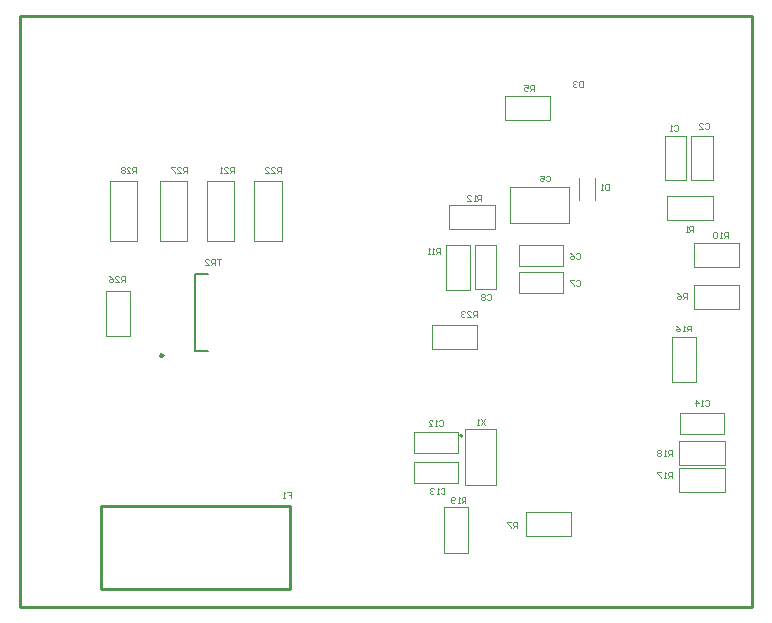
<source format=gbo>
%FSLAX25Y25*%
%MOIN*%
G70*
G01*
G75*
G04 Layer_Color=32896*
%ADD10R,0.04331X0.05512*%
%ADD11R,0.03543X0.02756*%
%ADD12R,0.04803X0.03583*%
%ADD13R,0.03150X0.09449*%
%ADD14R,0.05512X0.04331*%
%ADD15R,0.24410X0.22835*%
%ADD16R,0.11811X0.06299*%
%ADD17R,0.07087X0.08268*%
%ADD18R,0.10039X0.07677*%
%ADD19R,0.04331X0.02362*%
G04:AMPARAMS|DCode=20|XSize=9.84mil|YSize=70.87mil|CornerRadius=0mil|HoleSize=0mil|Usage=FLASHONLY|Rotation=135.000|XOffset=0mil|YOffset=0mil|HoleType=Round|Shape=Round|*
%AMOVALD20*
21,1,0.06102,0.00984,0.00000,0.00000,225.0*
1,1,0.00984,0.02158,0.02158*
1,1,0.00984,-0.02158,-0.02158*
%
%ADD20OVALD20*%

G04:AMPARAMS|DCode=21|XSize=9.84mil|YSize=70.87mil|CornerRadius=0mil|HoleSize=0mil|Usage=FLASHONLY|Rotation=45.000|XOffset=0mil|YOffset=0mil|HoleType=Round|Shape=Round|*
%AMOVALD21*
21,1,0.06102,0.00984,0.00000,0.00000,135.0*
1,1,0.00984,0.02158,-0.02158*
1,1,0.00984,-0.02158,0.02158*
%
%ADD21OVALD21*%

%ADD22R,0.07087X0.09055*%
%ADD23R,0.02362X0.11811*%
%ADD24O,0.08661X0.02362*%
%ADD25R,0.02756X0.03150*%
%ADD26R,0.06000X0.07000*%
%ADD27R,0.06299X0.12598*%
%ADD28O,0.09843X0.02756*%
%ADD29C,0.00800*%
%ADD30C,0.01969*%
%ADD31C,0.00984*%
%ADD32C,0.03937*%
%ADD33C,0.03543*%
%ADD34C,0.01181*%
%ADD35C,0.05906*%
%ADD36C,0.02756*%
%ADD37C,0.11811*%
%ADD38C,0.03150*%
%ADD39C,0.01500*%
%ADD40C,0.01575*%
%ADD41C,0.01000*%
%ADD42C,0.07480*%
%ADD43C,0.06000*%
%ADD44O,0.07874X0.03937*%
%ADD45O,0.07874X0.03937*%
%ADD46C,0.02362*%
%ADD47R,0.15748X0.19685*%
%ADD48R,0.07000X0.06000*%
G04:AMPARAMS|DCode=49|XSize=59.06mil|YSize=39.37mil|CornerRadius=1.97mil|HoleSize=0mil|Usage=FLASHONLY|Rotation=90.000|XOffset=0mil|YOffset=0mil|HoleType=Round|Shape=RoundedRectangle|*
%AMROUNDEDRECTD49*
21,1,0.05906,0.03543,0,0,90.0*
21,1,0.05512,0.03937,0,0,90.0*
1,1,0.00394,0.01772,0.02756*
1,1,0.00394,0.01772,-0.02756*
1,1,0.00394,-0.01772,-0.02756*
1,1,0.00394,-0.01772,0.02756*
%
%ADD49ROUNDEDRECTD49*%
%ADD50R,0.04600X0.04600*%
%ADD51R,0.07480X0.06299*%
%ADD52R,0.04724X0.10236*%
%ADD53C,0.07874*%
%ADD54C,0.15748*%
%ADD55C,0.13780*%
%ADD56C,0.00827*%
%ADD57C,0.02362*%
%ADD58C,0.00787*%
%ADD59C,0.00394*%
%ADD60C,0.00500*%
%ADD61C,0.00591*%
%ADD62C,0.00669*%
%ADD63R,0.06299X0.01969*%
%ADD64R,0.05118X0.06299*%
%ADD65R,0.04331X0.03543*%
%ADD66R,0.05591X0.04370*%
%ADD67R,0.03937X0.10236*%
%ADD68R,0.06299X0.05118*%
%ADD69R,0.25197X0.23622*%
%ADD70R,0.12598X0.07087*%
%ADD71R,0.07874X0.09055*%
%ADD72R,0.10827X0.08465*%
%ADD73R,0.05118X0.03150*%
G04:AMPARAMS|DCode=74|XSize=17.72mil|YSize=78.74mil|CornerRadius=0mil|HoleSize=0mil|Usage=FLASHONLY|Rotation=135.000|XOffset=0mil|YOffset=0mil|HoleType=Round|Shape=Round|*
%AMOVALD74*
21,1,0.06102,0.01772,0.00000,0.00000,225.0*
1,1,0.01772,0.02158,0.02158*
1,1,0.01772,-0.02158,-0.02158*
%
%ADD74OVALD74*%

G04:AMPARAMS|DCode=75|XSize=17.72mil|YSize=78.74mil|CornerRadius=0mil|HoleSize=0mil|Usage=FLASHONLY|Rotation=45.000|XOffset=0mil|YOffset=0mil|HoleType=Round|Shape=Round|*
%AMOVALD75*
21,1,0.06102,0.01772,0.00000,0.00000,135.0*
1,1,0.01772,0.02158,-0.02158*
1,1,0.01772,-0.02158,0.02158*
%
%ADD75OVALD75*%

%ADD76R,0.07874X0.09843*%
%ADD77R,0.03150X0.12598*%
%ADD78O,0.09449X0.03150*%
%ADD79R,0.03543X0.03937*%
%ADD80R,0.06787X0.07787*%
%ADD81R,0.07087X0.13386*%
%ADD82O,0.10630X0.03543*%
%ADD83C,0.08268*%
%ADD84C,0.06787*%
%ADD85O,0.08661X0.04724*%
%ADD86O,0.08661X0.04724*%
%ADD87R,0.16148X0.20085*%
%ADD88R,0.07787X0.06787*%
G04:AMPARAMS|DCode=89|XSize=66.93mil|YSize=47.24mil|CornerRadius=5.91mil|HoleSize=0mil|Usage=FLASHONLY|Rotation=90.000|XOffset=0mil|YOffset=0mil|HoleType=Round|Shape=RoundedRectangle|*
%AMROUNDEDRECTD89*
21,1,0.06693,0.03543,0,0,90.0*
21,1,0.05512,0.04724,0,0,90.0*
1,1,0.01181,0.01772,0.02756*
1,1,0.01181,0.01772,-0.02756*
1,1,0.01181,-0.01772,-0.02756*
1,1,0.01181,-0.01772,0.02756*
%
%ADD89ROUNDEDRECTD89*%
%ADD90R,0.05387X0.05387*%
%ADD91R,0.07880X0.06699*%
%ADD92R,0.05512X0.11024*%
D31*
X47736Y83701D02*
G03*
X47736Y83701I-492J0D01*
G01*
D41*
X27165Y33465D02*
X90158D01*
X27165Y5906D02*
Y33465D01*
Y5906D02*
X90158D01*
Y33465D01*
X0Y0D02*
Y196850D01*
X244094D01*
Y0D02*
Y196850D01*
X0Y0D02*
X244094D01*
D58*
X147146Y56595D02*
G03*
X147058Y56599I-26J393D01*
G01*
X58268Y110906D02*
X62783Y110906D01*
X58268Y85158D02*
X58268Y110906D01*
X58268Y85158D02*
X62783D01*
D59*
X141240Y18012D02*
Y33169D01*
Y18012D02*
X149311D01*
Y33169D01*
X141240D02*
X149311D01*
X87205Y121949D02*
Y141929D01*
X78150D02*
X87205D01*
X78150Y121949D02*
X78150Y141929D01*
X78150Y121949D02*
X87205D01*
X71457D02*
Y141929D01*
X62402D02*
X71457D01*
X62402Y121949D02*
X62402Y141929D01*
X62402Y121949D02*
X71457D01*
X55709Y141929D02*
X55709Y121949D01*
X46654Y141929D02*
X55709D01*
X46654Y121949D02*
X46654Y141929D01*
X46654Y121949D02*
X55709Y121949D01*
X38976Y121949D02*
Y141929D01*
X29921Y141929D02*
X38976Y141929D01*
X29921Y121949D02*
X29921Y141929D01*
X29921Y121949D02*
X38976D01*
X224705Y99311D02*
X239862D01*
Y107382D01*
X224705D02*
X239862D01*
X224705Y99311D02*
Y107382D01*
X191732Y135433D02*
Y142913D01*
X186221Y135433D02*
Y142913D01*
X137303Y85728D02*
X152461D01*
Y93799D01*
X137303D02*
X152461D01*
X137303Y85728D02*
Y93799D01*
X36713Y90059D02*
Y105217D01*
X28642D02*
X36713D01*
X28642Y90059D02*
Y105217D01*
Y90059D02*
X36713D01*
X161713Y162106D02*
X176870D01*
Y170177D01*
X161713D02*
X176870D01*
X161713Y162106D02*
Y170177D01*
X223819Y156890D02*
X230906D01*
Y142323D02*
Y156890D01*
X223819Y142323D02*
X230906D01*
X223819D02*
Y156890D01*
X214961Y156890D02*
X222047Y156890D01*
Y142323D02*
Y156890D01*
X214961Y142323D02*
X222047Y142323D01*
X214961Y142323D02*
Y156890D01*
X215846Y136909D02*
X231004D01*
X215846Y128839D02*
Y136909D01*
Y128839D02*
X231004D01*
Y136909D01*
X224705Y113091D02*
X239862D01*
Y121161D01*
X224705D02*
X239862D01*
X224705Y113091D02*
Y121161D01*
X225492Y74803D02*
Y89961D01*
X217421D02*
X225492D01*
X217421Y74803D02*
Y89961D01*
Y74803D02*
X225492D01*
X234646Y57480D02*
Y64567D01*
X220079Y57480D02*
X234646D01*
X220079D02*
Y64567D01*
X234646D01*
X219783Y47146D02*
X234941D01*
Y55217D01*
X219783D02*
X234941D01*
X219783Y47146D02*
Y55217D01*
X219783Y38287D02*
X234941D01*
Y46358D01*
X219783D02*
X234941D01*
X219783Y38287D02*
Y46358D01*
X168602Y31594D02*
X183760D01*
X168602Y23524D02*
Y31594D01*
Y23524D02*
X183760D01*
Y31594D01*
X131398Y51083D02*
Y58169D01*
X145965D01*
Y51083D02*
Y58169D01*
X131398Y51083D02*
X145965Y51083D01*
X131398Y41240D02*
Y48327D01*
X145965D01*
Y41240D02*
Y48327D01*
X131398Y41240D02*
X145965Y41240D01*
X166535Y104528D02*
Y111614D01*
X181102D01*
Y104528D02*
Y111614D01*
X166535Y104528D02*
X181102D01*
X166535Y113386D02*
Y120473D01*
X181102D01*
Y113386D02*
Y120473D01*
X166535Y113386D02*
X181102D01*
X151575Y120473D02*
X158661D01*
Y105906D02*
Y120473D01*
X151575Y105906D02*
X158661D01*
X151575D02*
Y120473D01*
X141929Y105512D02*
X141929Y120669D01*
X141929Y105512D02*
X150000D01*
Y120669D01*
X141929D02*
X150000D01*
X143110Y133858D02*
X158268D01*
X143110Y125787D02*
Y133858D01*
Y125787D02*
X158268D01*
Y133858D01*
X148327Y40453D02*
Y59350D01*
X158563D02*
X158563Y40453D01*
X148327D02*
X158563D01*
X148327Y59350D02*
X158563D01*
X163386Y127756D02*
Y139961D01*
X183071D01*
Y127756D02*
Y139961D01*
X163386Y127756D02*
X183071D01*
X88913Y38299D02*
X90225D01*
Y37315D01*
X89569D01*
X90225D01*
Y36331D01*
X88257D02*
X87601D01*
X87929D01*
Y38299D01*
X88257Y37971D01*
X66929Y115747D02*
X65617D01*
X66273D01*
Y113779D01*
X64961D02*
Y115747D01*
X63977D01*
X63649Y115419D01*
Y114763D01*
X63977Y114436D01*
X64961D01*
X64305D02*
X63649Y113779D01*
X61681D02*
X62993D01*
X61681Y115091D01*
Y115419D01*
X62010Y115747D01*
X62665D01*
X62993Y115419D01*
X38825Y144562D02*
Y146530D01*
X37841D01*
X37513Y146202D01*
Y145546D01*
X37841Y145218D01*
X38825D01*
X38169D02*
X37513Y144562D01*
X35545D02*
X36857D01*
X35545Y145874D01*
Y146202D01*
X35873Y146530D01*
X36529D01*
X36857Y146202D01*
X34890D02*
X34561Y146530D01*
X33906D01*
X33578Y146202D01*
Y145874D01*
X33906Y145546D01*
X33578Y145218D01*
Y144890D01*
X33906Y144562D01*
X34561D01*
X34890Y144890D01*
Y145218D01*
X34561Y145546D01*
X34890Y145874D01*
Y146202D01*
X34561Y145546D02*
X33906D01*
X55558Y144532D02*
Y146499D01*
X54574D01*
X54246Y146171D01*
Y145516D01*
X54574Y145187D01*
X55558D01*
X54901D02*
X54246Y144532D01*
X52278D02*
X53590D01*
X52278Y145844D01*
Y146171D01*
X52606Y146499D01*
X53262D01*
X53590Y146171D01*
X51622Y146499D02*
X50310D01*
Y146171D01*
X51622Y144860D01*
Y144532D01*
X87040Y144561D02*
Y146528D01*
X86056D01*
X85728Y146201D01*
Y145545D01*
X86056Y145217D01*
X87040D01*
X86384D02*
X85728Y144561D01*
X83760D02*
X85072D01*
X83760Y145873D01*
Y146201D01*
X84088Y146528D01*
X84744D01*
X85072Y146201D01*
X81793Y144561D02*
X83104D01*
X81793Y145873D01*
Y146201D01*
X82121Y146528D01*
X82776D01*
X83104Y146201D01*
X71292Y144499D02*
Y146466D01*
X70308D01*
X69980Y146138D01*
Y145482D01*
X70308Y145154D01*
X71292D01*
X70636D02*
X69980Y144499D01*
X68012D02*
X69324D01*
X68012Y145810D01*
Y146138D01*
X68340Y146466D01*
X68996D01*
X69324Y146138D01*
X67356Y144499D02*
X66701D01*
X67028D01*
Y146466D01*
X67356Y146138D01*
X187598Y175098D02*
Y173130D01*
X186615D01*
X186286Y173458D01*
Y174770D01*
X186615Y175098D01*
X187598D01*
X185631Y174770D02*
X185303Y175098D01*
X184647D01*
X184319Y174770D01*
Y174442D01*
X184647Y174114D01*
X184975D01*
X184647D01*
X184319Y173786D01*
Y173458D01*
X184647Y173130D01*
X185303D01*
X185631Y173458D01*
X218176Y160301D02*
X218504Y160629D01*
X219160D01*
X219488Y160301D01*
Y158990D01*
X219160Y158661D01*
X218504D01*
X218176Y158990D01*
X217520Y158661D02*
X216864D01*
X217192D01*
Y160629D01*
X217520Y160301D01*
X228413Y160793D02*
X228741Y161121D01*
X229396D01*
X229724Y160793D01*
Y159482D01*
X229396Y159153D01*
X228741D01*
X228413Y159482D01*
X226445Y159153D02*
X227757D01*
X226445Y160466D01*
Y160793D01*
X226773Y161121D01*
X227429D01*
X227757Y160793D01*
X175460Y143372D02*
X175788Y143700D01*
X176444D01*
X176772Y143372D01*
Y142060D01*
X176444Y141732D01*
X175788D01*
X175460Y142060D01*
X173492Y143700D02*
X174804D01*
Y142716D01*
X174148Y143044D01*
X173820D01*
X173492Y142716D01*
Y142060D01*
X173820Y141732D01*
X174476D01*
X174804Y142060D01*
X185302Y117585D02*
X185630Y117913D01*
X186286D01*
X186614Y117585D01*
Y116273D01*
X186286Y115945D01*
X185630D01*
X185302Y116273D01*
X183334Y117913D02*
X183990Y117585D01*
X184646Y116929D01*
Y116273D01*
X184318Y115945D01*
X183662D01*
X183334Y116273D01*
Y116601D01*
X183662Y116929D01*
X184646D01*
X185302Y108431D02*
X185630Y108759D01*
X186286D01*
X186614Y108431D01*
Y107119D01*
X186286Y106791D01*
X185630D01*
X185302Y107119D01*
X184646Y108759D02*
X183334D01*
Y108431D01*
X184646Y107119D01*
Y106791D01*
X155775Y104002D02*
X156103Y104330D01*
X156759D01*
X157087Y104002D01*
Y102690D01*
X156759Y102362D01*
X156103D01*
X155775Y102690D01*
X155119Y104002D02*
X154791Y104330D01*
X154135D01*
X153807Y104002D01*
Y103674D01*
X154135Y103346D01*
X153807Y103018D01*
Y102690D01*
X154135Y102362D01*
X154791D01*
X155119Y102690D01*
Y103018D01*
X154791Y103346D01*
X155119Y103674D01*
Y104002D01*
X154791Y103346D02*
X154135D01*
X139830Y61778D02*
X140158Y62106D01*
X140814D01*
X141142Y61778D01*
Y60466D01*
X140814Y60138D01*
X140158D01*
X139830Y60466D01*
X139174Y60138D02*
X138518D01*
X138846D01*
Y62106D01*
X139174Y61778D01*
X136222Y60138D02*
X137534D01*
X136222Y61450D01*
Y61778D01*
X136550Y62106D01*
X137206D01*
X137534Y61778D01*
X140224Y39337D02*
X140551Y39665D01*
X141207D01*
X141535Y39337D01*
Y38025D01*
X141207Y37697D01*
X140551D01*
X140224Y38025D01*
X139568Y37697D02*
X138912D01*
X139240D01*
Y39665D01*
X139568Y39337D01*
X137928D02*
X137600Y39665D01*
X136944D01*
X136616Y39337D01*
Y39009D01*
X136944Y38681D01*
X137272D01*
X136944D01*
X136616Y38353D01*
Y38025D01*
X136944Y37697D01*
X137600D01*
X137928Y38025D01*
X228511Y68471D02*
X228839Y68799D01*
X229495D01*
X229823Y68471D01*
Y67159D01*
X229495Y66831D01*
X228839D01*
X228511Y67159D01*
X227855Y66831D02*
X227199D01*
X227527D01*
Y68799D01*
X227855Y68471D01*
X225231Y66831D02*
Y68799D01*
X226215Y67815D01*
X224903D01*
X196457Y140944D02*
Y138976D01*
X195473D01*
X195145Y139304D01*
Y140616D01*
X195473Y140944D01*
X196457D01*
X194489Y138976D02*
X193833D01*
X194161D01*
Y140944D01*
X194489Y140616D01*
X224508Y124902D02*
Y126869D01*
X223524D01*
X223196Y126541D01*
Y125886D01*
X223524Y125558D01*
X224508D01*
X223852D02*
X223196Y124902D01*
X222540D02*
X221884D01*
X222212D01*
Y126869D01*
X222540Y126541D01*
X171260Y171949D02*
Y173917D01*
X170276D01*
X169948Y173589D01*
Y172933D01*
X170276Y172605D01*
X171260D01*
X170604D02*
X169948Y171949D01*
X167980Y173917D02*
X169292D01*
Y172933D01*
X168636Y173261D01*
X168308D01*
X167980Y172933D01*
Y172277D01*
X168308Y171949D01*
X168964D01*
X169292Y172277D01*
X222342Y102461D02*
Y104429D01*
X221359D01*
X221031Y104101D01*
Y103445D01*
X221359Y103117D01*
X222342D01*
X221687D02*
X221031Y102461D01*
X219063Y104429D02*
X219719Y104101D01*
X220375Y103445D01*
Y102789D01*
X220047Y102461D01*
X219391D01*
X219063Y102789D01*
Y103117D01*
X219391Y103445D01*
X220375D01*
X165551Y26378D02*
Y28346D01*
X164567D01*
X164239Y28018D01*
Y27362D01*
X164567Y27034D01*
X165551D01*
X164895D02*
X164239Y26378D01*
X163583Y28346D02*
X162271D01*
Y28018D01*
X163583Y26706D01*
Y26378D01*
X235925Y122933D02*
Y124901D01*
X234941D01*
X234613Y124573D01*
Y123917D01*
X234941Y123589D01*
X235925D01*
X235269D02*
X234613Y122933D01*
X233957D02*
X233301D01*
X233629D01*
Y124901D01*
X233957Y124573D01*
X232317D02*
X231990Y124901D01*
X231333D01*
X231006Y124573D01*
Y123261D01*
X231333Y122933D01*
X231990D01*
X232317Y123261D01*
Y124573D01*
X140157Y117717D02*
Y119684D01*
X139174D01*
X138846Y119356D01*
Y118701D01*
X139174Y118372D01*
X140157D01*
X139502D02*
X138846Y117717D01*
X138190D02*
X137534D01*
X137862D01*
Y119684D01*
X138190Y119356D01*
X136550Y117717D02*
X135894D01*
X136222D01*
Y119684D01*
X136550Y119356D01*
X153839Y135335D02*
Y137303D01*
X152855D01*
X152527Y136975D01*
Y136319D01*
X152855Y135991D01*
X153839D01*
X153183D02*
X152527Y135335D01*
X151871D02*
X151215D01*
X151543D01*
Y137303D01*
X151871Y136975D01*
X148919Y135335D02*
X150231D01*
X148919Y136647D01*
Y136975D01*
X149247Y137303D01*
X149903D01*
X150231Y136975D01*
X223622Y91732D02*
Y93700D01*
X222638D01*
X222310Y93372D01*
Y92716D01*
X222638Y92388D01*
X223622D01*
X222966D02*
X222310Y91732D01*
X221654D02*
X220998D01*
X221326D01*
Y93700D01*
X221654Y93372D01*
X218702Y93700D02*
X219358Y93372D01*
X220014Y92716D01*
Y92060D01*
X219686Y91732D01*
X219030D01*
X218702Y92060D01*
Y92388D01*
X219030Y92716D01*
X220014D01*
X217323Y42913D02*
Y44881D01*
X216339D01*
X216011Y44553D01*
Y43897D01*
X216339Y43569D01*
X217323D01*
X216667D02*
X216011Y42913D01*
X215355D02*
X214699D01*
X215027D01*
Y44881D01*
X215355Y44553D01*
X213715Y44881D02*
X212403D01*
Y44553D01*
X213715Y43241D01*
Y42913D01*
X217224Y50295D02*
Y52263D01*
X216241D01*
X215913Y51935D01*
Y51279D01*
X216241Y50951D01*
X217224D01*
X216568D02*
X215913Y50295D01*
X215257D02*
X214601D01*
X214929D01*
Y52263D01*
X215257Y51935D01*
X213617D02*
X213289Y52263D01*
X212633D01*
X212305Y51935D01*
Y51607D01*
X212633Y51279D01*
X212305Y50951D01*
Y50623D01*
X212633Y50295D01*
X213289D01*
X213617Y50623D01*
Y50951D01*
X213289Y51279D01*
X213617Y51607D01*
Y51935D01*
X213289Y51279D02*
X212633D01*
X148524Y34547D02*
Y36515D01*
X147540D01*
X147212Y36187D01*
Y35531D01*
X147540Y35203D01*
X148524D01*
X147868D02*
X147212Y34547D01*
X146556D02*
X145900D01*
X146228D01*
Y36515D01*
X146556Y36187D01*
X144916Y34875D02*
X144588Y34547D01*
X143932D01*
X143604Y34875D01*
Y36187D01*
X143932Y36515D01*
X144588D01*
X144916Y36187D01*
Y35859D01*
X144588Y35531D01*
X143604D01*
X152299Y96420D02*
Y98387D01*
X151315D01*
X150987Y98060D01*
Y97404D01*
X151315Y97076D01*
X152299D01*
X151643D02*
X150987Y96420D01*
X149020D02*
X150331D01*
X149020Y97732D01*
Y98060D01*
X149347Y98387D01*
X150003D01*
X150331Y98060D01*
X148363D02*
X148036Y98387D01*
X147380D01*
X147052Y98060D01*
Y97732D01*
X147380Y97404D01*
X147707D01*
X147380D01*
X147052Y97076D01*
Y96748D01*
X147380Y96420D01*
X148036D01*
X148363Y96748D01*
X35039Y108268D02*
Y110236D01*
X34055D01*
X33727Y109908D01*
Y109252D01*
X34055Y108924D01*
X35039D01*
X34383D02*
X33727Y108268D01*
X31760D02*
X33072D01*
X31760Y109580D01*
Y109908D01*
X32088Y110236D01*
X32743D01*
X33072Y109908D01*
X29792Y110236D02*
X30448Y109908D01*
X31104Y109252D01*
Y108596D01*
X30776Y108268D01*
X30120D01*
X29792Y108596D01*
Y108924D01*
X30120Y109252D01*
X31104D01*
X155118Y62598D02*
X153806Y60630D01*
Y62598D02*
X155118Y60630D01*
X153150D02*
X152494D01*
X152822D01*
Y62598D01*
X153150Y62270D01*
M02*

</source>
